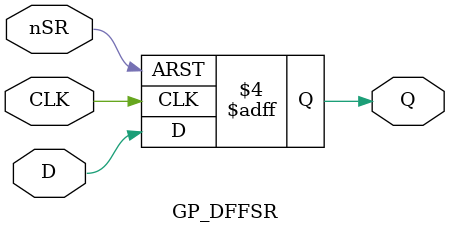
<source format=v>
module GP_DFFSR(input D, CLK, nSR, output reg Q);
	parameter [0:0] INIT = 1'bx;
	parameter [0:0] SRMODE = 1'bx;
	initial Q = INIT;
	always @(posedge CLK, negedge nSR) begin
		if (!nSR)
			Q <= SRMODE;
		else
			Q <= D;
	end
endmodule
</source>
